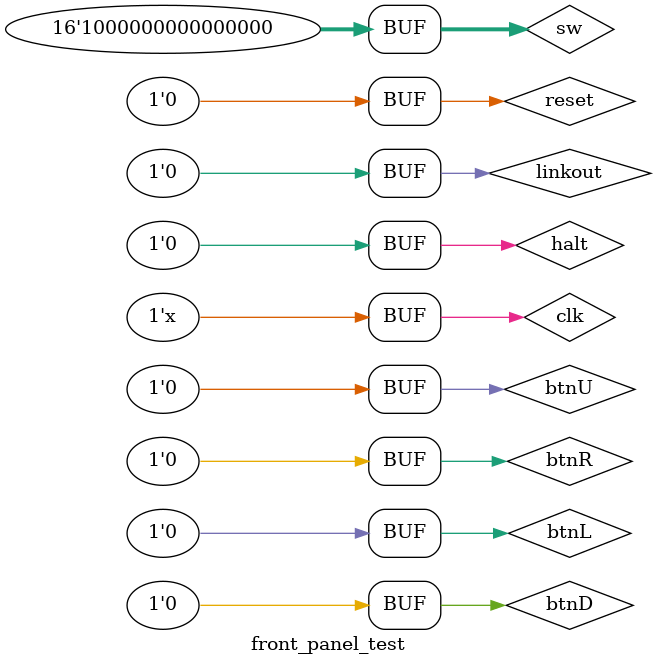
<source format=v>
`timescale 1ns / 1ps


module front_panel_test();
reg clk = 1;
always #5 clk = ~clk;

reg btnU, btnD, btnR, btnL, btnC;
reg [15:0] sw;
reg [11:0] dispout;
reg linkout;
reg halt;
reg reset;

initial
begin
    btnU = 0;
    btnD = 0;
    btnL = 0;
    btnR = 0;
    sw = 0;
    linkout = 0;
    halt = 0;
    reset = 0;
    #10
    reset = 1;
    #50
    reset = 0;
    #10
    btnU = 1;
    #2000
    btnU = 0;
    #2000
    sw[15] = 1;
    #2000
    halt = 1;
    #2000
    halt = 0;
    #2000
    sw[15] = 0;
    #2000
    sw[15] = 1;
    
end

front_panel #(.DEBCLOCK_BITS(6)) panel(
    .reset(reset), .clk(clk), .btnU(btnU), .btnD(btnD), .btnL(btnL), .btnR(btnR), .btnC(btnC),
    .sw(sw), .dispout(dispout), .linkout(linkout), .halt(halt));  

endmodule

</source>
